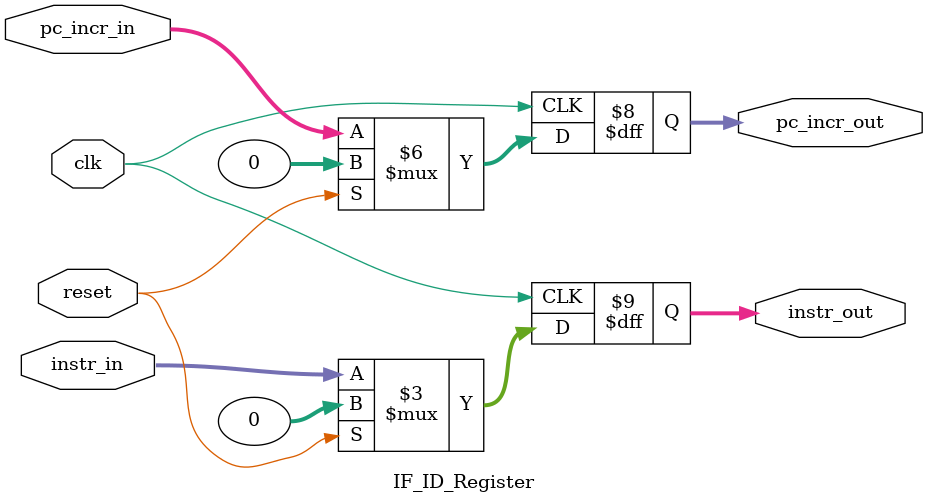
<source format=v>
module IF_ID_Register( clk, reset, pc_incr_in, instr_in, pc_incr_out, instr_out ) ;
	input reset, clk ;
	input [31:0] pc_incr_in, instr_in ;
	output [31:0] pc_incr_out ;
	output [31:0] instr_out ;
	
	reg [31:0] pc_incr_out, instr_out ;
	
	always@( posedge clk ) begin
		if( reset ) begin
			pc_incr_out <= 32'b0 ;
			instr_out <= 32'b0 ;
		end
		else begin
			pc_incr_out <= pc_incr_in ;
			instr_out <= instr_in ;
		end
	end
	
endmodule
</source>
